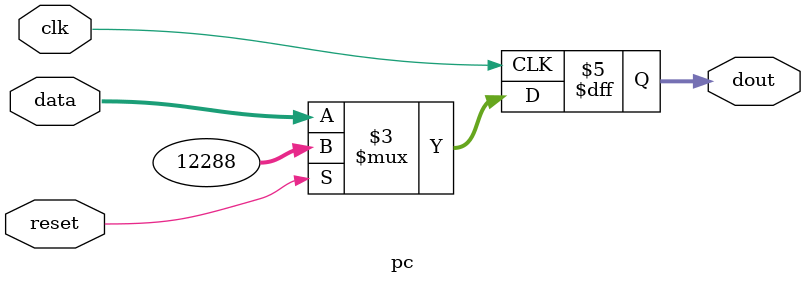
<source format=v>
module pc(
    input wire clk,
    input    wire reset,
    input    wire[31:0]    data,
    output    reg[31:0]    dout
);

    always @(posedge clk) begin
        if(reset) begin
            $display("PC receive reset signal.");
            dout <= {32'h00003000};
        end
        else
            dout <= data[31:0];

        //$display("PC data_output: %x", dout);
    end
endmodule

</source>
